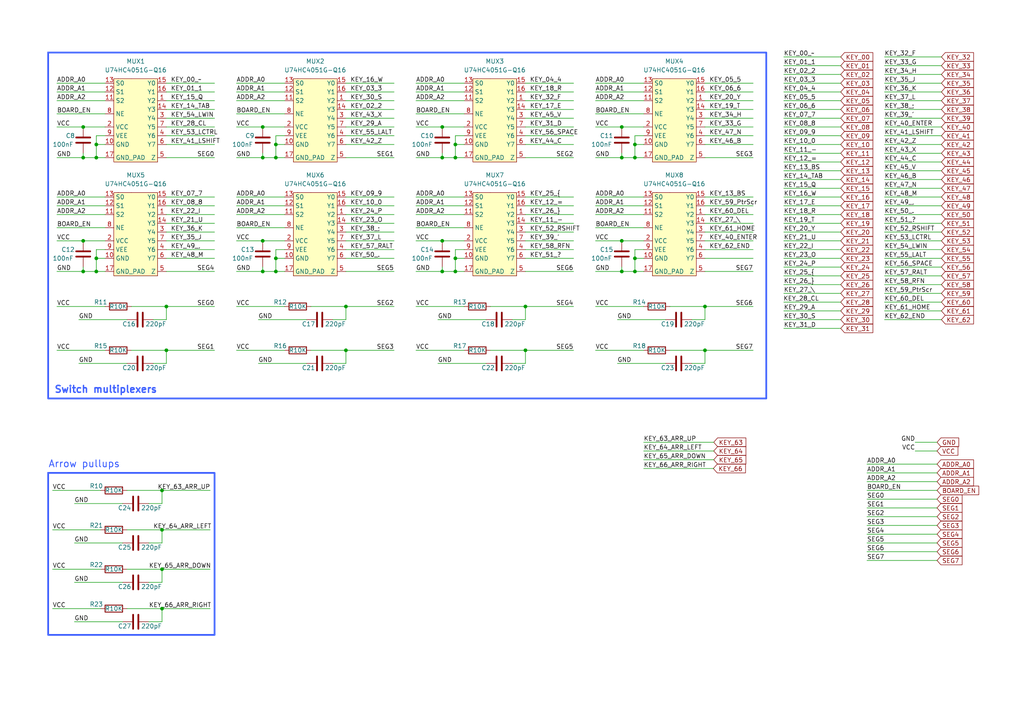
<source format=kicad_sch>
(kicad_sch (version 20230121) (generator eeschema)
  (paper "A4")
  (lib_symbols
    (symbol "Device:C" (pin_numbers hide) (pin_names (offset 0.254))
      (property "Reference" "C" (at 0.635 2.54 0))
      (property "Value" "C" (at 0.635 -2.54 0))
      (symbol "C_1_1"
        (pin passive line (at 0 3.81 270) (length 2.794) (name "~") (number "1"))
        (pin passive line (at 0 -3.81 90) (length 2.794) (name "~") (number "2"))
      )
    )
    (symbol "Device:R" (pin_numbers hide) (pin_names (offset 0))
      (property "Reference" "R" (at 2.032 0 90))
      (property "Value" "R" (at 0 0 90))
      (symbol "R_1_1"
        (pin passive line (at 0 3.81 270) (length 1.27) (name "~") (number "1"))
        (pin passive line (at 0 -3.81 90) (length 1.27) (name "~") (number "2"))
      )
    )
    (symbol "U74HC4051G-Q16-3030-R:U74HC4051G-Q16-3030-R"
      (property "Reference" "MUX?" (at -6.35 6.35 0))
      (property "Value" "U74HC4051G-Q16" (at -6.35 8.89 0))
      (symbol "U74HC4051G-Q16-3030-R_1_1"
        (pin bidirectional line (at 8.89 -1.27 180) (length 2.54) (name "Y2") (number "1"))
        (pin input line (at -8.89 -13.97 0) (length 2.54) (name "GND") (number "10"))
        (pin input line (at -8.89 -1.27 0) (length 2.54) (name "S2") (number "11"))
        (pin input line (at -8.89 1.27 0) (length 2.54) (name "S1") (number "12"))
        (pin input line (at -8.89 3.81 0) (length 2.54) (name "S0") (number "13"))
        (pin bidirectional line (at 8.89 -3.81 180) (length 2.54) (name "Y3") (number "14"))
        (pin bidirectional line (at 8.89 3.81 180) (length 2.54) (name "Y0") (number "15"))
        (pin bidirectional line (at 8.89 1.27 180) (length 2.54) (name "Y1") (number "16"))
        (pin bidirectional line (at -8.89 -17.78 0) (length 2.54) (name "GND_PAD") (number "17"))
        (pin input line (at -8.89 -8.89 0) (length 2.54) (name "VCC") (number "2"))
        (pin bidirectional line (at 8.89 -6.35 180) (length 2.54) (name "Y4") (number "3"))
        (pin bidirectional line (at 8.89 -11.43 180) (length 2.54) (name "Y6") (number "4"))
        (pin bidirectional line (at 8.89 -17.78 180) (length 2.54) (name "Z") (number "5"))
        (pin bidirectional line (at 8.89 -13.97 180) (length 2.54) (name "Y7") (number "6"))
        (pin bidirectional line (at 8.89 -8.89 180) (length 2.54) (name "Y5") (number "7"))
        (pin input line (at -8.89 -5.08 0) (length 2.54) (name "NE") (number "8"))
        (pin input line (at -8.89 -11.43 0) (length 2.54) (name "VEE") (number "9"))
      )
    )
  )
  (junction (at 152.4 101.6))
  (junction (at 27.94 45.72))
  (junction (at 132.08 45.72))
  (junction (at 132.08 41.91))
  (junction (at 76.2 78.74))
  (junction (at 184.15 45.72))
  (junction (at 46.99 142.24))
  (junction (at 180.34 36.83))
  (junction (at 24.13 78.74))
  (junction (at 76.2 45.72))
  (junction (at 100.33 101.6))
  (junction (at 24.13 69.85))
  (junction (at 180.34 69.85))
  (junction (at 132.08 74.93))
  (junction (at 24.13 36.83))
  (junction (at 204.47 101.6))
  (junction (at 184.15 41.91))
  (junction (at 27.94 78.74))
  (junction (at 152.4 88.9))
  (junction (at 48.26 88.9))
  (junction (at 46.99 153.67))
  (junction (at 128.27 36.83))
  (junction (at 180.34 78.74))
  (junction (at 204.47 88.9))
  (junction (at 27.94 74.93))
  (junction (at 46.99 165.1))
  (junction (at 80.01 74.93))
  (junction (at 184.15 78.74))
  (junction (at 76.2 69.85))
  (junction (at 80.01 45.72))
  (junction (at 27.94 41.91))
  (junction (at 24.13 45.72))
  (junction (at 132.08 78.74))
  (junction (at 80.01 41.91))
  (junction (at 48.26 101.6))
  (junction (at 184.15 74.93))
  (junction (at 128.27 69.85))
  (junction (at 180.34 45.72))
  (junction (at 128.27 78.74))
  (junction (at 100.33 88.9))
  (junction (at 80.01 78.74))
  (junction (at 128.27 45.72))
  (junction (at 46.99 176.53))
  (junction (at 76.2 36.83))
  (wire (pts (xy 227.33 54.61) (xy 243.84 54.61)))
  (wire (pts (xy 68.58 88.9) (xy 82.55 88.9)))
  (wire (pts (xy 48.26 101.6) (xy 62.23 101.6)))
  (wire (pts (xy 16.51 36.83) (xy 24.13 36.83)))
  (wire (pts (xy 251.46 160.02) (xy 271.78 160.02)))
  (wire (pts (xy 80.01 41.91) (xy 80.01 45.72)))
  (wire (pts (xy 132.08 41.91) (xy 132.08 45.72)))
  (wire (pts (xy 227.33 26.67) (xy 243.84 26.67)))
  (wire (pts (xy 16.51 59.69) (xy 30.48 59.69)))
  (wire (pts (xy 100.33 101.6) (xy 100.33 105.41)))
  (wire (pts (xy 227.33 29.21) (xy 243.84 29.21)))
  (wire (pts (xy 90.17 88.9) (xy 100.33 88.9)))
  (wire (pts (xy 186.69 128.27) (xy 207.01 128.27)))
  (wire (pts (xy 46.99 146.05) (xy 46.99 142.24)))
  (wire (pts (xy 48.26 105.41) (xy 48.26 101.6)))
  (wire (pts (xy 184.15 74.93) (xy 184.15 78.74)))
  (wire (pts (xy 132.08 78.74) (xy 134.62 78.74)))
  (wire (pts (xy 120.65 36.83) (xy 128.27 36.83)))
  (wire (pts (xy 256.54 29.21) (xy 273.05 29.21)))
  (wire (pts (xy 80.01 39.37) (xy 80.01 41.91)))
  (wire (pts (xy 256.54 69.85) (xy 273.05 69.85)))
  (wire (pts (xy 227.33 95.25) (xy 243.84 95.25)))
  (wire (pts (xy 120.65 33.02) (xy 134.62 33.02)))
  (wire (pts (xy 48.26 45.72) (xy 62.23 45.72)))
  (wire (pts (xy 134.62 39.37) (xy 132.08 39.37)))
  (wire (pts (xy 256.54 59.69) (xy 273.05 59.69)))
  (wire (pts (xy 256.54 26.67) (xy 273.05 26.67)))
  (wire (pts (xy 180.34 36.83) (xy 186.69 36.83)))
  (wire (pts (xy 152.4 101.6) (xy 152.4 105.41)))
  (wire (pts (xy 152.4 88.9) (xy 166.37 88.9)))
  (wire (pts (xy 152.4 29.21) (xy 166.37 29.21)))
  (wire (pts (xy 204.47 101.6) (xy 218.44 101.6)))
  (wire (pts (xy 100.33 59.69) (xy 114.3 59.69)))
  (wire (pts (xy 271.78 128.27) (xy 265.43 128.27)))
  (wire (pts (xy 152.4 74.93) (xy 166.37 74.93)))
  (wire (pts (xy 256.54 31.75) (xy 273.05 31.75)))
  (wire (pts (xy 100.33 88.9) (xy 114.3 88.9)))
  (wire (pts (xy 46.99 180.34) (xy 46.99 176.53)))
  (wire (pts (xy 148.59 92.71) (xy 152.4 92.71)))
  (wire (pts (xy 16.51 69.85) (xy 24.13 69.85)))
  (wire (pts (xy 152.4 41.91) (xy 166.37 41.91)))
  (wire (pts (xy 16.51 62.23) (xy 30.48 62.23)))
  (wire (pts (xy 16.51 66.04) (xy 30.48 66.04)))
  (wire (pts (xy 256.54 24.13) (xy 273.05 24.13)))
  (wire (pts (xy 152.4 34.29) (xy 166.37 34.29)))
  (wire (pts (xy 256.54 62.23) (xy 273.05 62.23)))
  (wire (pts (xy 76.2 45.72) (xy 80.01 45.72)))
  (wire (pts (xy 76.2 69.85) (xy 82.55 69.85)))
  (wire (pts (xy 16.51 101.6) (xy 30.48 101.6)))
  (wire (pts (xy 21.59 168.91) (xy 35.56 168.91)))
  (wire (pts (xy 128.27 44.45) (xy 128.27 45.72)))
  (wire (pts (xy 227.33 24.13) (xy 243.84 24.13)))
  (wire (pts (xy 120.65 66.04) (xy 134.62 66.04)))
  (wire (pts (xy 68.58 33.02) (xy 82.55 33.02)))
  (wire (pts (xy 48.26 34.29) (xy 62.23 34.29)))
  (wire (pts (xy 184.15 45.72) (xy 186.69 45.72)))
  (wire (pts (xy 80.01 74.93) (xy 82.55 74.93)))
  (wire (pts (xy 27.94 74.93) (xy 30.48 74.93)))
  (wire (pts (xy 21.59 180.34) (xy 35.56 180.34)))
  (wire (pts (xy 68.58 66.04) (xy 82.55 66.04)))
  (wire (pts (xy 38.1 101.6) (xy 48.26 101.6)))
  (wire (pts (xy 256.54 36.83) (xy 273.05 36.83)))
  (wire (pts (xy 68.58 29.21) (xy 82.55 29.21)))
  (wire (pts (xy 251.46 162.56) (xy 271.78 162.56)))
  (wire (pts (xy 180.34 78.74) (xy 184.15 78.74)))
  (wire (pts (xy 128.27 78.74) (xy 132.08 78.74)))
  (wire (pts (xy 48.26 24.13) (xy 62.23 24.13)))
  (wire (pts (xy 204.47 62.23) (xy 218.44 62.23)))
  (wire (pts (xy 256.54 90.17) (xy 273.05 90.17)))
  (wire (pts (xy 100.33 72.39) (xy 114.3 72.39)))
  (wire (pts (xy 251.46 154.94) (xy 271.78 154.94)))
  (wire (pts (xy 184.15 74.93) (xy 186.69 74.93)))
  (wire (pts (xy 128.27 77.47) (xy 128.27 78.74)))
  (wire (pts (xy 186.69 130.81) (xy 207.01 130.81)))
  (wire (pts (xy 100.33 29.21) (xy 114.3 29.21)))
  (wire (pts (xy 68.58 62.23) (xy 82.55 62.23)))
  (wire (pts (xy 46.99 142.24) (xy 60.96 142.24)))
  (wire (pts (xy 256.54 46.99) (xy 273.05 46.99)))
  (wire (pts (xy 22.86 105.41) (xy 36.83 105.41)))
  (wire (pts (xy 179.07 92.71) (xy 193.04 92.71)))
  (wire (pts (xy 120.65 57.15) (xy 134.62 57.15)))
  (wire (pts (xy 172.72 69.85) (xy 180.34 69.85)))
  (wire (pts (xy 80.01 45.72) (xy 82.55 45.72)))
  (wire (pts (xy 48.26 26.67) (xy 62.23 26.67)))
  (wire (pts (xy 204.47 78.74) (xy 218.44 78.74)))
  (wire (pts (xy 16.51 33.02) (xy 30.48 33.02)))
  (wire (pts (xy 204.47 31.75) (xy 218.44 31.75)))
  (wire (pts (xy 204.47 72.39) (xy 218.44 72.39)))
  (wire (pts (xy 15.24 165.1) (xy 29.21 165.1)))
  (wire (pts (xy 204.47 69.85) (xy 218.44 69.85)))
  (wire (pts (xy 152.4 59.69) (xy 166.37 59.69)))
  (wire (pts (xy 24.13 45.72) (xy 27.94 45.72)))
  (wire (pts (xy 68.58 24.13) (xy 82.55 24.13)))
  (wire (pts (xy 227.33 69.85) (xy 243.84 69.85)))
  (wire (pts (xy 186.69 135.89) (xy 207.01 135.89)))
  (wire (pts (xy 256.54 77.47) (xy 273.05 77.47)))
  (wire (pts (xy 204.47 64.77) (xy 218.44 64.77)))
  (wire (pts (xy 184.15 39.37) (xy 184.15 41.91)))
  (wire (pts (xy 36.83 153.67) (xy 46.99 153.67)))
  (wire (pts (xy 16.51 45.72) (xy 24.13 45.72)))
  (wire (pts (xy 256.54 16.51) (xy 273.05 16.51)))
  (wire (pts (xy 48.26 69.85) (xy 62.23 69.85)))
  (wire (pts (xy 256.54 67.31) (xy 273.05 67.31)))
  (wire (pts (xy 80.01 78.74) (xy 82.55 78.74)))
  (wire (pts (xy 227.33 90.17) (xy 243.84 90.17)))
  (wire (pts (xy 120.65 26.67) (xy 134.62 26.67)))
  (wire (pts (xy 251.46 157.48) (xy 271.78 157.48)))
  (wire (pts (xy 227.33 49.53) (xy 243.84 49.53)))
  (wire (pts (xy 24.13 69.85) (xy 30.48 69.85)))
  (wire (pts (xy 148.59 105.41) (xy 152.4 105.41)))
  (wire (pts (xy 48.26 36.83) (xy 62.23 36.83)))
  (wire (pts (xy 184.15 72.39) (xy 184.15 74.93)))
  (wire (pts (xy 100.33 34.29) (xy 114.3 34.29)))
  (wire (pts (xy 227.33 31.75) (xy 243.84 31.75)))
  (wire (pts (xy 204.47 41.91) (xy 218.44 41.91)))
  (wire (pts (xy 152.4 64.77) (xy 166.37 64.77)))
  (wire (pts (xy 48.26 92.71) (xy 48.26 88.9)))
  (wire (pts (xy 16.51 26.67) (xy 30.48 26.67)))
  (wire (pts (xy 132.08 74.93) (xy 134.62 74.93)))
  (wire (pts (xy 68.58 45.72) (xy 76.2 45.72)))
  (wire (pts (xy 24.13 44.45) (xy 24.13 45.72)))
  (wire (pts (xy 204.47 26.67) (xy 218.44 26.67)))
  (wire (pts (xy 227.33 44.45) (xy 243.84 44.45)))
  (wire (pts (xy 227.33 41.91) (xy 243.84 41.91)))
  (wire (pts (xy 100.33 62.23) (xy 114.3 62.23)))
  (wire (pts (xy 68.58 78.74) (xy 76.2 78.74)))
  (wire (pts (xy 80.01 74.93) (xy 80.01 78.74)))
  (wire (pts (xy 256.54 57.15) (xy 273.05 57.15)))
  (wire (pts (xy 120.65 101.6) (xy 134.62 101.6)))
  (wire (pts (xy 256.54 92.71) (xy 273.05 92.71)))
  (wire (pts (xy 76.2 36.83) (xy 82.55 36.83)))
  (wire (pts (xy 186.69 72.39) (xy 184.15 72.39)))
  (wire (pts (xy 251.46 152.4) (xy 271.78 152.4)))
  (wire (pts (xy 48.26 59.69) (xy 62.23 59.69)))
  (wire (pts (xy 180.34 69.85) (xy 186.69 69.85)))
  (wire (pts (xy 100.33 39.37) (xy 114.3 39.37)))
  (wire (pts (xy 152.4 39.37) (xy 166.37 39.37)))
  (wire (pts (xy 16.51 29.21) (xy 30.48 29.21)))
  (wire (pts (xy 74.93 105.41) (xy 88.9 105.41)))
  (wire (pts (xy 251.46 137.16) (xy 271.78 137.16)))
  (wire (pts (xy 227.33 77.47) (xy 243.84 77.47)))
  (wire (pts (xy 256.54 39.37) (xy 273.05 39.37)))
  (wire (pts (xy 204.47 45.72) (xy 218.44 45.72)))
  (wire (pts (xy 27.94 74.93) (xy 27.94 78.74)))
  (wire (pts (xy 43.18 180.34) (xy 46.99 180.34)))
  (wire (pts (xy 48.26 39.37) (xy 62.23 39.37)))
  (wire (pts (xy 227.33 19.05) (xy 243.84 19.05)))
  (wire (pts (xy 204.47 29.21) (xy 218.44 29.21)))
  (wire (pts (xy 68.58 101.6) (xy 82.55 101.6)))
  (wire (pts (xy 27.94 41.91) (xy 27.94 45.72)))
  (wire (pts (xy 82.55 39.37) (xy 80.01 39.37)))
  (wire (pts (xy 128.27 69.85) (xy 134.62 69.85)))
  (wire (pts (xy 68.58 26.67) (xy 82.55 26.67)))
  (wire (pts (xy 172.72 33.02) (xy 186.69 33.02)))
  (wire (pts (xy 152.4 36.83) (xy 166.37 36.83)))
  (wire (pts (xy 256.54 72.39) (xy 273.05 72.39)))
  (wire (pts (xy 48.26 88.9) (xy 62.23 88.9)))
  (wire (pts (xy 16.51 57.15) (xy 30.48 57.15)))
  (wire (pts (xy 152.4 101.6) (xy 166.37 101.6)))
  (wire (pts (xy 180.34 77.47) (xy 180.34 78.74)))
  (wire (pts (xy 172.72 101.6) (xy 186.69 101.6)))
  (wire (pts (xy 251.46 144.78) (xy 271.78 144.78)))
  (wire (pts (xy 152.4 62.23) (xy 166.37 62.23)))
  (wire (pts (xy 186.69 39.37) (xy 184.15 39.37)))
  (wire (pts (xy 227.33 92.71) (xy 243.84 92.71)))
  (wire (pts (xy 100.33 45.72) (xy 114.3 45.72)))
  (wire (pts (xy 127 92.71) (xy 140.97 92.71)))
  (wire (pts (xy 100.33 64.77) (xy 114.3 64.77)))
  (wire (pts (xy 16.51 88.9) (xy 30.48 88.9)))
  (wire (pts (xy 15.24 153.67) (xy 29.21 153.67)))
  (wire (pts (xy 200.66 105.41) (xy 204.47 105.41)))
  (wire (pts (xy 172.72 78.74) (xy 180.34 78.74)))
  (wire (pts (xy 251.46 142.24) (xy 271.78 142.24)))
  (wire (pts (xy 48.26 41.91) (xy 62.23 41.91)))
  (wire (pts (xy 27.94 41.91) (xy 30.48 41.91)))
  (wire (pts (xy 120.65 29.21) (xy 134.62 29.21)))
  (wire (pts (xy 46.99 176.53) (xy 60.96 176.53)))
  (wire (pts (xy 194.31 88.9) (xy 204.47 88.9)))
  (wire (pts (xy 100.33 67.31) (xy 114.3 67.31)))
  (wire (pts (xy 38.1 88.9) (xy 48.26 88.9)))
  (wire (pts (xy 27.94 72.39) (xy 27.94 74.93)))
  (wire (pts (xy 256.54 85.09) (xy 273.05 85.09)))
  (wire (pts (xy 27.94 45.72) (xy 30.48 45.72)))
  (wire (pts (xy 142.24 101.6) (xy 152.4 101.6)))
  (wire (pts (xy 152.4 24.13) (xy 166.37 24.13)))
  (wire (pts (xy 172.72 59.69) (xy 186.69 59.69)))
  (wire (pts (xy 186.69 133.35) (xy 207.01 133.35)))
  (wire (pts (xy 172.72 36.83) (xy 180.34 36.83)))
  (wire (pts (xy 227.33 21.59) (xy 243.84 21.59)))
  (wire (pts (xy 256.54 49.53) (xy 273.05 49.53)))
  (wire (pts (xy 227.33 57.15) (xy 243.84 57.15)))
  (wire (pts (xy 180.34 44.45) (xy 180.34 45.72)))
  (wire (pts (xy 251.46 134.62) (xy 271.78 134.62)))
  (wire (pts (xy 24.13 78.74) (xy 27.94 78.74)))
  (wire (pts (xy 80.01 72.39) (xy 80.01 74.93)))
  (wire (pts (xy 227.33 87.63) (xy 243.84 87.63)))
  (wire (pts (xy 152.4 88.9) (xy 152.4 92.71)))
  (wire (pts (xy 46.99 153.67) (xy 60.96 153.67)))
  (wire (pts (xy 46.99 157.48) (xy 46.99 153.67)))
  (wire (pts (xy 48.26 57.15) (xy 62.23 57.15)))
  (wire (pts (xy 172.72 29.21) (xy 186.69 29.21)))
  (wire (pts (xy 36.83 142.24) (xy 46.99 142.24)))
  (wire (pts (xy 15.24 142.24) (xy 29.21 142.24)))
  (wire (pts (xy 21.59 157.48) (xy 35.56 157.48)))
  (wire (pts (xy 46.99 168.91) (xy 46.99 165.1)))
  (wire (pts (xy 16.51 24.13) (xy 30.48 24.13)))
  (wire (pts (xy 256.54 52.07) (xy 273.05 52.07)))
  (wire (pts (xy 180.34 45.72) (xy 184.15 45.72)))
  (wire (pts (xy 256.54 19.05) (xy 273.05 19.05)))
  (wire (pts (xy 204.47 59.69) (xy 218.44 59.69)))
  (wire (pts (xy 27.94 39.37) (xy 27.94 41.91)))
  (wire (pts (xy 172.72 57.15) (xy 186.69 57.15)))
  (wire (pts (xy 184.15 78.74) (xy 186.69 78.74)))
  (wire (pts (xy 152.4 31.75) (xy 166.37 31.75)))
  (wire (pts (xy 172.72 66.04) (xy 186.69 66.04)))
  (wire (pts (xy 48.26 62.23) (xy 62.23 62.23)))
  (wire (pts (xy 251.46 147.32) (xy 271.78 147.32)))
  (wire (pts (xy 43.18 146.05) (xy 46.99 146.05)))
  (wire (pts (xy 100.33 36.83) (xy 114.3 36.83)))
  (wire (pts (xy 30.48 72.39) (xy 27.94 72.39)))
  (wire (pts (xy 172.72 45.72) (xy 180.34 45.72)))
  (wire (pts (xy 204.47 67.31) (xy 218.44 67.31)))
  (wire (pts (xy 152.4 57.15) (xy 166.37 57.15)))
  (wire (pts (xy 227.33 34.29) (xy 243.84 34.29)))
  (wire (pts (xy 256.54 21.59) (xy 273.05 21.59)))
  (wire (pts (xy 68.58 57.15) (xy 82.55 57.15)))
  (wire (pts (xy 48.26 64.77) (xy 62.23 64.77)))
  (wire (pts (xy 68.58 69.85) (xy 76.2 69.85)))
  (wire (pts (xy 120.65 88.9) (xy 134.62 88.9)))
  (wire (pts (xy 74.93 92.71) (xy 88.9 92.71)))
  (wire (pts (xy 256.54 74.93) (xy 273.05 74.93)))
  (wire (pts (xy 43.18 157.48) (xy 46.99 157.48)))
  (wire (pts (xy 271.78 130.81) (xy 265.43 130.81)))
  (wire (pts (xy 204.47 34.29) (xy 218.44 34.29)))
  (wire (pts (xy 204.47 36.83) (xy 218.44 36.83)))
  (wire (pts (xy 142.24 88.9) (xy 152.4 88.9)))
  (wire (pts (xy 256.54 82.55) (xy 273.05 82.55)))
  (wire (pts (xy 48.26 67.31) (xy 62.23 67.31)))
  (wire (pts (xy 132.08 39.37) (xy 132.08 41.91)))
  (wire (pts (xy 24.13 77.47) (xy 24.13 78.74)))
  (wire (pts (xy 204.47 88.9) (xy 204.47 92.71)))
  (wire (pts (xy 184.15 41.91) (xy 186.69 41.91)))
  (wire (pts (xy 194.31 101.6) (xy 204.47 101.6)))
  (wire (pts (xy 22.86 92.71) (xy 36.83 92.71)))
  (wire (pts (xy 15.24 176.53) (xy 29.21 176.53)))
  (wire (pts (xy 120.65 69.85) (xy 128.27 69.85)))
  (wire (pts (xy 256.54 41.91) (xy 273.05 41.91)))
  (wire (pts (xy 227.33 62.23) (xy 243.84 62.23)))
  (wire (pts (xy 256.54 80.01) (xy 273.05 80.01)))
  (wire (pts (xy 227.33 82.55) (xy 243.84 82.55)))
  (wire (pts (xy 120.65 45.72) (xy 128.27 45.72)))
  (wire (pts (xy 44.45 105.41) (xy 48.26 105.41)))
  (wire (pts (xy 132.08 72.39) (xy 132.08 74.93)))
  (wire (pts (xy 204.47 101.6) (xy 204.47 105.41)))
  (wire (pts (xy 43.18 168.91) (xy 46.99 168.91)))
  (wire (pts (xy 227.33 72.39) (xy 243.84 72.39)))
  (wire (pts (xy 48.26 74.93) (xy 62.23 74.93)))
  (wire (pts (xy 227.33 16.51) (xy 243.84 16.51)))
  (wire (pts (xy 48.26 78.74) (xy 62.23 78.74)))
  (wire (pts (xy 48.26 29.21) (xy 62.23 29.21)))
  (wire (pts (xy 204.47 24.13) (xy 218.44 24.13)))
  (wire (pts (xy 120.65 59.69) (xy 134.62 59.69)))
  (wire (pts (xy 100.33 26.67) (xy 114.3 26.67)))
  (wire (pts (xy 152.4 45.72) (xy 166.37 45.72)))
  (wire (pts (xy 227.33 67.31) (xy 243.84 67.31)))
  (wire (pts (xy 227.33 64.77) (xy 243.84 64.77)))
  (wire (pts (xy 204.47 57.15) (xy 218.44 57.15)))
  (wire (pts (xy 48.26 72.39) (xy 62.23 72.39)))
  (wire (pts (xy 256.54 87.63) (xy 273.05 87.63)))
  (wire (pts (xy 134.62 72.39) (xy 132.08 72.39)))
  (wire (pts (xy 100.33 88.9) (xy 100.33 92.71)))
  (wire (pts (xy 127 105.41) (xy 140.97 105.41)))
  (wire (pts (xy 256.54 64.77) (xy 273.05 64.77)))
  (wire (pts (xy 48.26 31.75) (xy 62.23 31.75)))
  (wire (pts (xy 100.33 31.75) (xy 114.3 31.75)))
  (wire (pts (xy 36.83 165.1) (xy 46.99 165.1)))
  (wire (pts (xy 152.4 26.67) (xy 166.37 26.67)))
  (wire (pts (xy 100.33 74.93) (xy 114.3 74.93)))
  (wire (pts (xy 100.33 57.15) (xy 114.3 57.15)))
  (wire (pts (xy 30.48 39.37) (xy 27.94 39.37)))
  (wire (pts (xy 256.54 44.45) (xy 273.05 44.45)))
  (wire (pts (xy 100.33 24.13) (xy 114.3 24.13)))
  (wire (pts (xy 256.54 34.29) (xy 273.05 34.29)))
  (wire (pts (xy 227.33 46.99) (xy 243.84 46.99)))
  (wire (pts (xy 204.47 39.37) (xy 218.44 39.37)))
  (wire (pts (xy 227.33 39.37) (xy 243.84 39.37)))
  (wire (pts (xy 24.13 36.83) (xy 30.48 36.83)))
  (wire (pts (xy 200.66 92.71) (xy 204.47 92.71)))
  (wire (pts (xy 46.99 165.1) (xy 60.96 165.1)))
  (wire (pts (xy 227.33 52.07) (xy 243.84 52.07)))
  (wire (pts (xy 256.54 54.61) (xy 273.05 54.61)))
  (wire (pts (xy 36.83 176.53) (xy 46.99 176.53)))
  (wire (pts (xy 152.4 69.85) (xy 166.37 69.85)))
  (wire (pts (xy 204.47 88.9) (xy 218.44 88.9)))
  (wire (pts (xy 227.33 74.93) (xy 243.84 74.93)))
  (wire (pts (xy 251.46 149.86) (xy 271.78 149.86)))
  (wire (pts (xy 179.07 105.41) (xy 193.04 105.41)))
  (wire (pts (xy 132.08 45.72) (xy 134.62 45.72)))
  (wire (pts (xy 120.65 78.74) (xy 128.27 78.74)))
  (wire (pts (xy 21.59 146.05) (xy 35.56 146.05)))
  (wire (pts (xy 128.27 36.83) (xy 134.62 36.83)))
  (wire (pts (xy 227.33 59.69) (xy 243.84 59.69)))
  (wire (pts (xy 100.33 78.74) (xy 114.3 78.74)))
  (wire (pts (xy 172.72 26.67) (xy 186.69 26.67)))
  (wire (pts (xy 152.4 78.74) (xy 166.37 78.74)))
  (wire (pts (xy 132.08 74.93) (xy 132.08 78.74)))
  (wire (pts (xy 120.65 24.13) (xy 134.62 24.13)))
  (wire (pts (xy 152.4 72.39) (xy 166.37 72.39)))
  (wire (pts (xy 82.55 72.39) (xy 80.01 72.39)))
  (wire (pts (xy 68.58 59.69) (xy 82.55 59.69)))
  (wire (pts (xy 96.52 92.71) (xy 100.33 92.71)))
  (wire (pts (xy 80.01 41.91) (xy 82.55 41.91)))
  (wire (pts (xy 68.58 36.83) (xy 76.2 36.83)))
  (wire (pts (xy 100.33 101.6) (xy 114.3 101.6)))
  (wire (pts (xy 251.46 139.7) (xy 271.78 139.7)))
  (wire (pts (xy 172.72 88.9) (xy 186.69 88.9)))
  (wire (pts (xy 96.52 105.41) (xy 100.33 105.41)))
  (wire (pts (xy 152.4 67.31) (xy 166.37 67.31)))
  (wire (pts (xy 76.2 77.47) (xy 76.2 78.74)))
  (wire (pts (xy 44.45 92.71) (xy 48.26 92.71)))
  (wire (pts (xy 128.27 45.72) (xy 132.08 45.72)))
  (wire (pts (xy 172.72 62.23) (xy 186.69 62.23)))
  (wire (pts (xy 100.33 41.91) (xy 114.3 41.91)))
  (wire (pts (xy 27.94 78.74) (xy 30.48 78.74)))
  (wire (pts (xy 204.47 74.93) (xy 218.44 74.93)))
  (wire (pts (xy 172.72 24.13) (xy 186.69 24.13)))
  (wire (pts (xy 184.15 41.91) (xy 184.15 45.72)))
  (wire (pts (xy 100.33 69.85) (xy 114.3 69.85)))
  (wire (pts (xy 132.08 41.91) (xy 134.62 41.91)))
  (wire (pts (xy 76.2 78.74) (xy 80.01 78.74)))
  (wire (pts (xy 227.33 80.01) (xy 243.84 80.01)))
  (wire (pts (xy 76.2 44.45) (xy 76.2 45.72)))
  (wire (pts (xy 227.33 85.09) (xy 243.84 85.09)))
  (wire (pts (xy 120.65 62.23) (xy 134.62 62.23)))
  (wire (pts (xy 16.51 78.74) (xy 24.13 78.74)))
  (wire (pts (xy 90.17 101.6) (xy 100.33 101.6)))
  (wire (pts (xy 227.33 36.83) (xy 243.84 36.83)))
  (rectangle (start 13.97 15.24) (end 222.25 115.57) (stroke (width 0.5) (color 59 93 255 1)))
  (rectangle (start 13.97 137.16) (end 62.23 184.15) (stroke (width 0.5) (color 59 93 255 1)))
  (text "Arrow pullups\n" (at 13.97 135.89 0) (effects (font (size 2 2) (thickness 0.254) bold) (justify left bottom)))
  (text "Switch multiplexers" (at 45.72 114.3 0) (effects (font (size 2 2) (thickness 0.4) bold) (justify right bottom)))
  (label "KEY_54_LWIN" (at 49.53 34.29 0))
  (label "KEY_22_I" (at 227.33 72.39 0))
  (label "KEY_11_-" (at 153.67 64.77 0))
  (label "KEY_40_ENTER" (at 256.54 36.83 0))
  (label "KEY_64_ARR_LEFT" (at 186.69 130.81 0))
  (label "KEY_15_Q" (at 227.33 54.61 0))
  (label "SEG6" (at 161.29 78.74 0))
  (label "KEY_65_ARR_DOWN" (at 43.18 165.1 0))
  (label "BOARD_EN" (at 251.46 142.24 0))
  (label "VCC" (at 265.43 130.81 180))
  (label "KEY_12_=" (at 227.33 46.99 0))
  (label "ADDR_A2" (at 172.72 29.21 0))
  (label "SEG1" (at 109.22 45.72 0))
  (label "KEY_40_ENTER" (at 205.74 69.85 0))
  (label "KEY_02_2" (at 227.33 21.59 0))
  (label "KEY_27_\\" (at 205.74 64.77 0))
  (label "KEY_56_SPACE" (at 256.54 77.47 0))
  (label "ADDR_A0" (at 16.51 24.13 0))
  (label "SEG1" (at 251.46 147.32 0))
  (label "SEG0" (at 57.15 45.72 0))
  (label "SEG6" (at 213.36 88.9 0))
  (label "KEY_34_H" (at 205.74 34.29 0))
  (label "BOARD_EN" (at 16.51 33.02 0))
  (label "KEY_36_K" (at 256.54 26.67 0))
  (label "KEY_02_2" (at 101.6 31.75 0))
  (label "KEY_27_\\" (at 227.33 85.09 0))
  (label "ADDR_A1" (at 172.72 26.67 0))
  (label "ADDR_A2" (at 120.65 29.21 0))
  (label "ADDR_A0" (at 120.65 24.13 0))
  (label "KEY_17_E" (at 153.67 31.75 0))
  (label "GND" (at 68.58 45.72 0))
  (label "KEY_15_Q" (at 49.53 29.21 0))
  (label "GND" (at 74.93 92.71 0))
  (label "VCC" (at 16.51 69.85 0))
  (label "ADDR_A0" (at 16.51 57.15 0))
  (label "VCC" (at 15.24 165.1 0))
  (label "KEY_17_E" (at 227.33 59.69 0))
  (label "KEY_63_ARR_UP" (at 45.72 142.24 0))
  (label "SEG2" (at 109.22 88.9 0))
  (label "GND" (at 127 92.71 0))
  (label "VCC" (at 172.72 69.85 0))
  (label "SEG5" (at 251.46 157.48 0))
  (label "KEY_23_O" (at 227.33 74.93 0))
  (label "ADDR_A0" (at 251.46 134.62 0))
  (label "KEY_46_B" (at 205.74 41.91 0))
  (label "KEY_05_5" (at 227.33 29.21 0))
  (label "KEY_01_1" (at 49.53 26.67 0))
  (label "VCC" (at 120.65 88.9 0))
  (label "GND" (at 21.59 180.34 0))
  (label "KEY_25_{" (at 153.67 57.15 0))
  (label "KEY_04_4" (at 153.67 24.13 0))
  (label "VCC" (at 172.72 88.9 0))
  (label "KEY_44_C" (at 153.67 41.91 0))
  (label "SEG7" (at 251.46 162.56 0))
  (label "ADDR_A2" (at 251.46 139.7 0))
  (label "BOARD_EN" (at 120.65 66.04 0))
  (label "KEY_28_CL" (at 227.2038 87.63 0))
  (label "KEY_10_0" (at 227.33 41.91 0))
  (label "KEY_48_M" (at 49.53 74.93 0))
  (label "SEG4" (at 161.29 88.9 0))
  (label "KEY_54_LWIN" (at 256.54 72.39 0))
  (label "ADDR_A2" (at 16.51 29.21 0))
  (label "KEY_33_G" (at 256.54 19.05 0))
  (label "SEG1" (at 57.15 101.6 0))
  (label "KEY_35_J" (at 256.54 24.13 0))
  (label "ADDR_A1" (at 16.51 26.67 0))
  (label "KEY_23_O" (at 101.6 64.77 0))
  (label "SEG3" (at 213.36 45.72 0))
  (label "ADDR_A0" (at 172.72 24.13 0))
  (label "KEY_21_U" (at 49.53 64.77 0))
  (label "KEY_09_9" (at 101.6 57.15 0))
  (label "VCC" (at 120.65 69.85 0))
  (label "KEY_47_N" (at 256.54 54.61 0))
  (label "ADDR_A1" (at 68.58 26.67 0))
  (label "KEY_07_7" (at 49.53 57.15 0))
  (label "KEY_62_END" (at 205.74 72.39 0))
  (label "SEG3" (at 109.22 101.6 0))
  (label "KEY_39_'" (at 153.67 69.85 0))
  (label "KEY_48_M" (at 256.54 57.15 0))
  (label "GND" (at 16.51 78.74 0))
  (label "BOARD_EN" (at 68.58 66.04 0))
  (label "KEY_18_R" (at 153.67 26.67 0))
  (label "KEY_45_V" (at 153.67 34.29 0))
  (label "KEY_37_L" (at 256.54 29.21 0))
  (label "GND" (at 120.65 45.72 0))
  (label "KEY_14_TAB" (at 49.53 31.75 0))
  (label "GND" (at 22.86 105.41 0))
  (label "SEG5" (at 109.22 78.74 0))
  (label "ADDR_A2" (at 68.58 62.23 0))
  (label "ADDR_A0" (at 172.72 57.15 0))
  (label "GND" (at 179.07 92.71 0))
  (label "KEY_35_J" (at 49.53 69.85 0))
  (label "GND" (at 21.59 168.91 0))
  (label "KEY_38_;" (at 101.6 67.31 0))
  (label "KEY_50_." (at 101.6 74.93 0))
  (label "KEY_01_1" (at 227.33 19.05 0))
  (label "KEY_52_RSHIFT" (at 153.67 67.31 0))
  (label "KEY_59_PtrScr" (at 205.74 59.69 0))
  (label "KEY_04_4" (at 227.33 26.67 0))
  (label "VCC" (at 120.65 101.6 0))
  (label "ADDR_A1" (at 120.65 26.67 0))
  (label "KEY_30_S" (at 101.6 29.21 0))
  (label "ADDR_A1" (at 120.65 59.69 0))
  (label "VCC" (at 16.51 101.6 0))
  (label "KEY_21_U" (at 227.33 69.85 0))
  (label "SEG7" (at 213.36 78.74 0))
  (label "KEY_47_N" (at 205.74 39.37 0))
  (label "KEY_13_BS" (at 227.33 49.53 0))
  (label "KEY_26_}" (at 227.33 82.55 0))
  (label "KEY_08_8" (at 227.33 36.83 0))
  (label "KEY_57_RALT" (at 101.6 72.39 0))
  (label "BOARD_EN" (at 172.72 66.04 0))
  (label "KEY_55_LALT" (at 256.54 74.93 0))
  (label "KEY_24_P" (at 101.6 62.23 0))
  (label "VCC" (at 15.24 153.67 0))
  (label "SEG7" (at 213.36 101.6 0))
  (label "KEY_66_ARR_RIGHT" (at 186.69 135.89 0))
  (label "KEY_10_0" (at 101.6 59.69 0))
  (label "GND" (at 172.72 78.74 0))
  (label "ADDR_A0" (at 120.65 57.15 0))
  (label "KEY_49_," (at 49.53 72.39 0))
  (label "VCC" (at 68.58 88.9 0))
  (label "KEY_18_R" (at 227.33 62.23 0))
  (label "VCC" (at 68.58 101.6 0))
  (label "KEY_41_LSHIFT" (at 49.53 41.91 0))
  (label "VCC" (at 68.58 69.85 0))
  (label "ADDR_A1" (at 172.72 59.69 0))
  (label "ADDR_A2" (at 120.65 62.23 0))
  (label "KEY_65_ARR_DOWN" (at 186.69 133.35 0))
  (label "VCC" (at 120.65 36.83 0))
  (label "SEG2" (at 161.29 45.72 0))
  (label "KEY_37_L" (at 101.6 69.85 0))
  (label "KEY_20_Y" (at 205.74 29.21 0))
  (label "KEY_32_F" (at 153.67 29.21 0))
  (label "KEY_45_V" (at 256.54 49.53 0))
  (label "ADDR_A1" (at 68.58 59.69 0))
  (label "ADDR_A0" (at 68.58 57.15 0))
  (label "ADDR_A1" (at 251.46 137.16 0))
  (label "KEY_43_X" (at 256.54 44.45 0))
  (label "KEY_25_{" (at 227.33 80.01 0))
  (label "KEY_55_LALT" (at 101.6 39.37 0))
  (label "KEY_63_ARR_UP" (at 186.69 128.27 0))
  (label "KEY_51_?" (at 256.54 64.77 0))
  (label "KEY_16_W" (at 101.6 24.13 0))
  (label "KEY_06_6" (at 227.33 31.75 0))
  (label "KEY_64_ARR_LEFT" (at 44.45 153.67 0))
  (label "VCC" (at 68.58 36.83 0))
  (label "KEY_61_HOME" (at 205.74 67.31 0))
  (label "KEY_31_D" (at 153.67 36.83 0))
  (label "KEY_43_X" (at 101.6 34.29 0))
  (label "KEY_03_3" (at 227.33 24.13 0))
  (label "GND" (at 21.59 157.48 0))
  (label "KEY_05_5" (at 205.74 24.13 0))
  (label "GND" (at 172.72 45.72 0))
  (label "BOARD_EN" (at 16.51 66.04 0))
  (label "KEY_46_B" (at 256.54 52.07 0))
  (label "KEY_52_RSHIFT" (at 256.54 67.31 0))
  (label "KEY_41_LSHIFT" (at 256.54 39.37 0))
  (label "VCC" (at 15.24 176.53 0))
  (label "KEY_22_I" (at 49.53 62.23 0))
  (label "KEY_08_8" (at 49.53 59.69 0))
  (label "SEG4" (at 251.46 154.94 0))
  (label "KEY_58_RFN" (at 256.54 82.55 0))
  (label "KEY_03_3" (at 101.6 26.67 0))
  (label "KEY_58_RFN" (at 153.67 72.39 0))
  (label "GND" (at 179.07 105.41 0))
  (label "KEY_62_END" (at 256.54 92.71 0))
  (label "KEY_49_," (at 256.54 59.69 0))
  (label "KEY_12_=" (at 153.67 59.69 0))
  (label "VCC" (at 16.51 36.83 0))
  (label "KEY_33_G" (at 205.74 36.83 0))
  (label "SEG6" (at 251.46 160.02 0))
  (label "BOARD_EN" (at 172.72 33.02 0))
  (label "SEG4" (at 57.15 78.74 0))
  (label "KEY_56_SPACE" (at 153.67 39.37 0))
  (label "GND" (at 21.59 146.05 0))
  (label "SEG2" (at 251.46 149.86 0))
  (label "KEY_50_." (at 256.54 62.23 0))
  (label "KEY_59_PtrScr" (at 256.54 85.09 0))
  (label "BOARD_EN" (at 68.58 33.02 0))
  (label "KEY_29_A" (at 227.33 90.17 0))
  (label "KEY_60_DEL" (at 205.74 62.23 0))
  (label "ADDR_A2" (at 16.51 62.23 0))
  (label "KEY_14_TAB" (at 227.33 52.07 0))
  (label "GND" (at 22.86 92.71 0))
  (label "KEY_20_Y" (at 227.33 67.31 0))
  (label "KEY_07_7" (at 227.33 34.29 0))
  (label "KEY_51_?" (at 153.67 74.93 0))
  (label "KEY_30_S" (at 227.33 92.71 0))
  (label "KEY_13_BS" (at 205.74 57.15 0))
  (label "GND" (at 74.93 105.41 0))
  (label "KEY_32_F" (at 256.54 16.51 0))
  (label "KEY_53_LCTRL" (at 256.54 69.85 0))
  (label "BOARD_EN" (at 120.65 33.02 0))
  (label "KEY_29_A" (at 101.6 36.83 0))
  (label "SEG5" (at 161.29 101.6 0))
  (label "SEG0" (at 251.46 144.78 0))
  (label "KEY_44_C" (at 256.54 46.99 0))
  (label "ADDR_A2" (at 172.72 62.23 0))
  (label "GND" (at 16.51 45.72 0))
  (label "GND" (at 120.65 78.74 0))
  (label "SEG0" (at 57.15 88.9 0))
  (label "KEY_19_T" (at 227.33 64.77 0))
  (label "KEY_28_CL" (at 49.53 36.83 0))
  (label "GND" (at 265.43 128.27 180))
  (label "KEY_57_RALT" (at 256.54 80.01 0))
  (label "GND" (at 127 105.41 0))
  (label "KEY_42_Z" (at 256.54 41.91 0))
  (label "KEY_61_HOME" (at 256.54 90.17 0))
  (label "KEY_19_T" (at 205.74 31.75 0))
  (label "KEY_34_H" (at 256.54 21.59 0))
  (label "KEY_24_P" (at 227.33 77.47 0))
  (label "KEY_00_~" (at 227.33 16.51 0))
  (label "VCC" (at 172.72 36.83 0))
  (label "VCC" (at 15.24 142.24 0))
  (label "VCC" (at 172.72 101.6 0))
  (label "KEY_11_-" (at 227.33 44.45 0))
  (label "KEY_36_K" (at 49.53 67.31 0))
  (label "ADDR_A2" (at 68.58 29.21 0))
  (label "KEY_42_Z" (at 101.6 41.91 0))
  (label "KEY_31_D" (at 227.33 95.25 0))
  (label "KEY_16_W" (at 227.33 57.15 0))
  (label "KEY_00_~" (at 49.53 24.13 0))
  (label "ADDR_A1" (at 16.51 59.69 0))
  (label "ADDR_A0" (at 68.58 24.13 0))
  (label "SEG3" (at 251.46 152.4 0))
  (label "KEY_53_LCTRL" (at 49.53 39.37 0))
  (label "KEY_39_'" (at 256.54 34.29 0))
  (label "KEY_26_}" (at 153.67 62.23 0))
  (label "KEY_38_;" (at 256.54 31.75 0))
  (label "KEY_66_ARR_RIGHT" (at 43.18 176.53 0))
  (label "GND" (at 68.58 78.74 0))
  (label "VCC" (at 16.51 88.9 0))
  (label "KEY_09_9" (at 227.33 39.37 0))
  (label "KEY_06_6" (at 205.74 26.67 0))
  (label "KEY_60_DEL" (at 256.54 87.63 0))
  (global_label "KEY_40" (shape input) (at 273.05 36.83 0) (property "Intersheetrefs" "${INTERSHEET_REFS}" (effects hide)))
  (global_label "KEY_24" (shape input) (at 243.84 77.47 0) (property "Intersheetrefs" "${INTERSHEET_REFS}" (effects hide)))
  (global_label "KEY_38" (shape input) (at 273.05 31.75 0) (property "Intersheetrefs" "${INTERSHEET_REFS}" (effects hide)))
  (global_label "KEY_33" (shape input) (at 273.05 19.05 0) (property "Intersheetrefs" "${INTERSHEET_REFS}" (effects hide)))
  (global_label "KEY_49" (shape input) (at 273.05 59.69 0) (property "Intersheetrefs" "${INTERSHEET_REFS}" (effects hide)))
  (global_label "KEY_65" (shape input) (at 207.01 133.35 0) (property "Intersheetrefs" "${INTERSHEET_REFS}" (effects hide)))
  (global_label "KEY_31" (shape input) (at 243.84 95.25 0) (property "Intersheetrefs" "${INTERSHEET_REFS}" (effects hide)))
  (global_label "KEY_59" (shape input) (at 273.05 85.09 0) (property "Intersheetrefs" "${INTERSHEET_REFS}" (effects hide)))
  (global_label "KEY_16" (shape input) (at 243.84 57.15 0) (property "Intersheetrefs" "${INTERSHEET_REFS}" (effects hide)))
  (global_label "SEG4" (shape input) (at 271.78 154.94 0) (property "Intersheetrefs" "${INTERSHEET_REFS}" (effects hide)))
  (global_label "ADDR_A1" (shape input) (at 271.78 137.16 0) (property "Intersheetrefs" "${INTERSHEET_REFS}" (effects hide)))
  (global_label "BOARD_EN" (shape input) (at 271.78 142.24 0) (property "Intersheetrefs" "${INTERSHEET_REFS}" (effects hide)))
  (global_label "KEY_29" (shape input) (at 243.84 90.17 0) (property "Intersheetrefs" "${INTERSHEET_REFS}" (effects hide)))
  (global_label "KEY_06" (shape input) (at 243.84 31.75 0) (property "Intersheetrefs" "${INTERSHEET_REFS}" (effects hide)))
  (global_label "SEG3" (shape input) (at 271.78 152.4 0) (property "Intersheetrefs" "${INTERSHEET_REFS}" (effects hide)))
  (global_label "KEY_57" (shape input) (at 273.05 80.01 0) (property "Intersheetrefs" "${INTERSHEET_REFS}" (effects hide)))
  (global_label "KEY_00" (shape input) (at 243.84 16.51 0) (property "Intersheetrefs" "${INTERSHEET_REFS}" (effects hide)))
  (global_label "GND" (shape input) (at 271.78 128.27 0) (property "Intersheetrefs" "${INTERSHEET_REFS}" (effects hide)))
  (global_label "KEY_11" (shape input) (at 243.84 44.45 0) (property "Intersheetrefs" "${INTERSHEET_REFS}" (effects hide)))
  (global_label "KEY_48" (shape input) (at 273.05 57.15 0) (property "Intersheetrefs" "${INTERSHEET_REFS}" (effects hide)))
  (global_label "KEY_13" (shape input) (at 243.84 49.53 0) (property "Intersheetrefs" "${INTERSHEET_REFS}" (effects hide)))
  (global_label "KEY_22" (shape input) (at 243.84 72.39 0) (property "Intersheetrefs" "${INTERSHEET_REFS}" (effects hide)))
  (global_label "KEY_53" (shape input) (at 273.05 69.85 0) (property "Intersheetrefs" "${INTERSHEET_REFS}" (effects hide)))
  (global_label "KEY_58" (shape input) (at 273.05 82.55 0) (property "Intersheetrefs" "${INTERSHEET_REFS}" (effects hide)))
  (global_label "KEY_64" (shape input) (at 207.01 130.81 0) (property "Intersheetrefs" "${INTERSHEET_REFS}" (effects hide)))
  (global_label "KEY_09" (shape input) (at 243.84 39.37 0) (property "Intersheetrefs" "${INTERSHEET_REFS}" (effects hide)))
  (global_label "KEY_52" (shape input) (at 273.05 67.31 0) (property "Intersheetrefs" "${INTERSHEET_REFS}" (effects hide)))
  (global_label "KEY_14" (shape input) (at 243.84 52.07 0) (property "Intersheetrefs" "${INTERSHEET_REFS}" (effects hide)))
  (global_label "KEY_25" (shape input) (at 243.84 80.01 0) (property "Intersheetrefs" "${INTERSHEET_REFS}" (effects hide)))
  (global_label "KEY_08" (shape input) (at 243.84 36.83 0) (property "Intersheetrefs" "${INTERSHEET_REFS}" (effects hide)))
  (global_label "KEY_10" (shape input) (at 243.84 41.91 0) (property "Intersheetrefs" "${INTERSHEET_REFS}" (effects hide)))
  (global_label "SEG7" (shape input) (at 271.78 162.56 0) (property "Intersheetrefs" "${INTERSHEET_REFS}" (effects hide)))
  (global_label "KEY_26" (shape input) (at 243.84 82.55 0) (property "Intersheetrefs" "${INTERSHEET_REFS}" (effects hide)))
  (global_label "ADDR_A2" (shape input) (at 271.78 139.7 0) (property "Intersheetrefs" "${INTERSHEET_REFS}" (effects hide)))
  (global_label "KEY_37" (shape input) (at 273.05 29.21 0) (property "Intersheetrefs" "${INTERSHEET_REFS}" (effects hide)))
  (global_label "KEY_46" (shape input) (at 273.05 52.07 0) (property "Intersheetrefs" "${INTERSHEET_REFS}" (effects hide)))
  (global_label "SEG6" (shape input) (at 271.78 160.02 0) (property "Intersheetrefs" "${INTERSHEET_REFS}" (effects hide)))
  (global_label "KEY_17" (shape input) (at 243.84 59.69 0) (property "Intersheetrefs" "${INTERSHEET_REFS}" (effects hide)))
  (global_label "KEY_23" (shape input) (at 243.84 74.93 0) (property "Intersheetrefs" "${INTERSHEET_REFS}" (effects hide)))
  (global_label "KEY_03" (shape input) (at 243.84 24.13 0) (property "Intersheetrefs" "${INTERSHEET_REFS}" (effects hide)))
  (global_label "KEY_43" (shape input) (at 273.05 44.45 0) (property "Intersheetrefs" "${INTERSHEET_REFS}" (effects hide)))
  (global_label "KEY_20" (shape input) (at 243.84 67.31 0) (property "Intersheetrefs" "${INTERSHEET_REFS}" (effects hide)))
  (global_label "KEY_51" (shape input) (at 273.05 64.77 0) (property "Intersheetrefs" "${INTERSHEET_REFS}" (effects hide)))
  (global_label "KEY_60" (shape input) (at 273.05 87.63 0) (property "Intersheetrefs" "${INTERSHEET_REFS}" (effects hide)))
  (global_label "SEG1" (shape input) (at 271.78 147.32 0) (property "Intersheetrefs" "${INTERSHEET_REFS}" (effects hide)))
  (global_label "KEY_19" (shape input) (at 243.84 64.77 0) (property "Intersheetrefs" "${INTERSHEET_REFS}" (effects hide)))
  (global_label "KEY_02" (shape input) (at 243.84 21.59 0) (property "Intersheetrefs" "${INTERSHEET_REFS}" (effects hide)))
  (global_label "KEY_47" (shape input) (at 273.05 54.61 0) (property "Intersheetrefs" "${INTERSHEET_REFS}" (effects hide)))
  (global_label "KEY_41" (shape input) (at 273.05 39.37 0) (property "Intersheetrefs" "${INTERSHEET_REFS}" (effects hide)))
  (global_label "KEY_01" (shape input) (at 243.84 19.05 0) (property "Intersheetrefs" "${INTERSHEET_REFS}" (effects hide)))
  (global_label "KEY_07" (shape input) (at 243.84 34.29 0) (property "Intersheetrefs" "${INTERSHEET_REFS}" (effects hide)))
  (global_label "KEY_21" (shape input) (at 243.84 69.85 0) (property "Intersheetrefs" "${INTERSHEET_REFS}" (effects hide)))
  (global_label "KEY_12" (shape input) (at 243.84 46.99 0) (property "Intersheetrefs" "${INTERSHEET_REFS}" (effects hide)))
  (global_label "SEG2" (shape input) (at 271.78 149.86 0) (property "Intersheetrefs" "${INTERSHEET_REFS}" (effects hide)))
  (global_label "KEY_28" (shape input) (at 243.84 87.63 0) (property "Intersheetrefs" "${INTERSHEET_REFS}" (effects hide)))
  (global_label "KEY_34" (shape input) (at 273.05 21.59 0) (property "Intersheetrefs" "${INTERSHEET_REFS}" (effects hide)))
  (global_label "KEY_63" (shape input) (at 207.01 128.27 0) (property "Intersheetrefs" "${INTERSHEET_REFS}" (effects hide)))
  (global_label "KEY_04" (shape input) (at 243.84 26.67 0) (property "Intersheetrefs" "${INTERSHEET_REFS}" (effects hide)))
  (global_label "KEY_18" (shape input) (at 243.84 62.23 0) (property "Intersheetrefs" "${INTERSHEET_REFS}" (effects hide)))
  (global_label "KEY_15" (shape input) (at 243.84 54.61 0) (property "Intersheetrefs" "${INTERSHEET_REFS}" (effects hide)))
  (global_label "KEY_42" (shape input) (at 273.05 41.91 0) (property "Intersheetrefs" "${INTERSHEET_REFS}" (effects hide)))
  (global_label "KEY_32" (shape input) (at 273.05 16.51 0) (property "Intersheetrefs" "${INTERSHEET_REFS}" (effects hide)))
  (global_label "KEY_05" (shape input) (at 243.84 29.21 0) (property "Intersheetrefs" "${INTERSHEET_REFS}" (effects hide)))
  (global_label "KEY_62" (shape input) (at 273.05 92.71 0) (property "Intersheetrefs" "${INTERSHEET_REFS}" (effects hide)))
  (global_label "KEY_45" (shape input) (at 273.05 49.53 0) (property "Intersheetrefs" "${INTERSHEET_REFS}" (effects hide)))
  (global_label "KEY_44" (shape input) (at 273.05 46.99 0) (property "Intersheetrefs" "${INTERSHEET_REFS}" (effects hide)))
  (global_label "KEY_27" (shape input) (at 243.84 85.09 0) (property "Intersheetrefs" "${INTERSHEET_REFS}" (effects hide)))
  (global_label "KEY_39" (shape input) (at 273.05 34.29 0) (property "Intersheetrefs" "${INTERSHEET_REFS}" (effects hide)))
  (global_label "KEY_36" (shape input) (at 273.05 26.67 0) (property "Intersheetrefs" "${INTERSHEET_REFS}" (effects hide)))
  (global_label "KEY_61" (shape input) (at 273.05 90.17 0) (property "Intersheetrefs" "${INTERSHEET_REFS}" (effects hide)))
  (global_label "SEG0" (shape input) (at 271.78 144.78 0) (property "Intersheetrefs" "${INTERSHEET_REFS}" (effects hide)))
  (global_label "VCC" (shape input) (at 271.78 130.81 0) (property "Intersheetrefs" "${INTERSHEET_REFS}" (effects hide)))
  (global_label "KEY_35" (shape input) (at 273.05 24.13 0) (property "Intersheetrefs" "${INTERSHEET_REFS}" (effects hide)))
  (global_label "KEY_66" (shape input) (at 206.9001 135.89 0) (property "Intersheetrefs" "${INTERSHEET_REFS}" (effects hide)))
  (global_label "KEY_56" (shape input) (at 273.05 77.47 0) (property "Intersheetrefs" "${INTERSHEET_REFS}" (effects hide)))
  (global_label "KEY_30" (shape input) (at 243.84 92.71 0) (property "Intersheetrefs" "${INTERSHEET_REFS}" (effects hide)))
  (global_label "ADDR_A0" (shape input) (at 271.78 134.62 0) (property "Intersheetrefs" "${INTERSHEET_REFS}" (effects hide)))
  (global_label "KEY_55" (shape input) (at 273.05 74.93 0) (property "Intersheetrefs" "${INTERSHEET_REFS}" (effects hide)))
  (global_label "SEG5" (shape input) (at 271.78 157.48 0) (property "Intersheetrefs" "${INTERSHEET_REFS}" (effects hide)))
  (global_label "KEY_50" (shape input) (at 273.05 62.23 0) (property "Intersheetrefs" "${INTERSHEET_REFS}" (effects hide)))
  (global_label "KEY_54" (shape input) (at 273.05 72.39 0) (property "Intersheetrefs" "${INTERSHEET_REFS}" (effects hide)))
  (symbol (lib_id "U74HC4051G-Q16-3030-R:U74HC4051G-Q16-3030-R") (at 143.51 60.96 0) (unit 1)
    (property "Reference" "MUX7" (at 143.51 50.8 0))
    (property "Value" "U74HC4051G-Q16" (at 143.51 53.34 0))
    (property "Footprint" "Package_DFN_QFN:QFN-16-1EP_3x3mm_P0.5mm_EP1.7x1.7mm" (effects hide))
  )
  (symbol (lib_id "Device:C") (at 92.71 92.71 90) (unit 1)
    (property "Reference" "C17" (at 91.44 93.98 90) (effects (justify left)))
    (property "Value" "220pF" (at 100.33 93.98 90) (effects (justify left)))
    (property "Footprint" "Capacitor_SMD:C_0402_1005Metric" (effects hide))
    (instances (project "keyboard" (path "" (reference "C17") (unit 1)) (path "" (reference "C18") (unit 1))))
  )
  (symbol (lib_id "Device:C") (at 196.85 92.71 90) (unit 1)
    (property "Reference" "C19" (at 195.58 93.98 90) (effects (justify left)))
    (property "Value" "220pF" (at 204.47 93.98 90) (effects (justify left)))
    (property "Footprint" "Capacitor_SMD:C_0402_1005Metric" (effects hide))
    (instances (project "keyboard" (path "" (reference "C19") (unit 1)) (path "" (reference "C22") (unit 1))))
  )
  (symbol (lib_id "Device:C") (at 144.78 105.41 90) (unit 1)
    (property "Reference" "C22" (at 143.51 106.68 90) (effects (justify left)))
    (property "Value" "220pF" (at 152.4 106.68 90) (effects (justify left)))
    (property "Footprint" "Capacitor_SMD:C_0402_1005Metric" (effects hide))
    (instances (project "keyboard" (path "" (reference "C22") (unit 1)) (path "" (reference "C21") (unit 1))))
  )
  (symbol (lib_id "Device:R") (at 34.29 88.9 90) (unit 1)
    (property "Reference" "R11" (at 29.21 87.63 90))
    (property "Value" "R10K" (at 34.29 88.9 90))
    (property "Footprint" "Resistor_SMD:R_0402_1005Metric" (effects hide))
  )
  (symbol (lib_id "Device:C") (at 180.34 40.64 0) (unit 1)
    (property "Reference" "C11" (at 173.99 39.37 0) (effects (justify left)))
    (property "Value" "100nF" (at 171.45 41.91 0) (effects (justify left)))
    (property "Footprint" "Capacitor_SMD:C_0402_1005Metric" (effects hide))
    (instances (project "keyboard" (path "" (reference "C11") (unit 1)) (path "" (reference "C14") (unit 1))))
  )
  (symbol (lib_id "Device:C") (at 76.2 73.66 0) (unit 1)
    (property "Reference" "C13" (at 69.85 72.39 0) (effects (justify left)))
    (property "Value" "100nF" (at 67.31 74.93 0) (effects (justify left)))
    (property "Footprint" "Capacitor_SMD:C_0402_1005Metric" (effects hide))
    (instances (project "keyboard" (path "" (reference "C13") (unit 1)) (path "" (reference "C11") (unit 1))))
  )
  (symbol (lib_id "U74HC4051G-Q16-3030-R:U74HC4051G-Q16-3030-R") (at 91.44 27.94 0) (unit 1)
    (property "Reference" "MUX2" (at 91.44 17.78 0))
    (property "Value" "U74HC4051G-Q16" (at 91.44 20.32 0))
    (property "Footprint" "Package_DFN_QFN:QFN-16-1EP_3x3mm_P0.5mm_EP1.7x1.7mm" (effects hide))
  )
  (symbol (lib_id "Device:C") (at 92.71 105.41 90) (unit 1)
    (property "Reference" "C21" (at 91.44 106.68 90) (effects (justify left)))
    (property "Value" "220pF" (at 100.33 106.68 90) (effects (justify left)))
    (property "Footprint" "Capacitor_SMD:C_0402_1005Metric" (effects hide))
    (instances (project "keyboard" (path "" (reference "C21") (unit 1)) (path "" (reference "C19") (unit 1))))
  )
  (symbol (lib_id "U74HC4051G-Q16-3030-R:U74HC4051G-Q16-3030-R") (at 195.58 27.94 0) (unit 1)
    (property "Reference" "MUX4" (at 195.58 17.78 0))
    (property "Value" "U74HC4051G-Q16" (at 195.58 20.32 0))
    (property "Footprint" "Package_DFN_QFN:QFN-16-1EP_3x3mm_P0.5mm_EP1.7x1.7mm" (effects hide))
  )
  (symbol (lib_id "Device:C") (at 39.37 168.91 90) (unit 1)
    (property "Reference" "C26" (at 38.1 170.18 90) (effects (justify left)))
    (property "Value" "220pF" (at 46.99 170.18 90) (effects (justify left)))
    (property "Footprint" "Capacitor_SMD:C_0402_1005Metric" (effects hide))
  )
  (symbol (lib_id "U74HC4051G-Q16-3030-R:U74HC4051G-Q16-3030-R") (at 195.58 60.96 0) (unit 1)
    (property "Reference" "MUX8" (at 195.58 50.8 0))
    (property "Value" "U74HC4051G-Q16" (at 195.58 53.34 0))
    (property "Footprint" "Package_DFN_QFN:QFN-16-1EP_3x3mm_P0.5mm_EP1.7x1.7mm" (effects hide))
  )
  (symbol (lib_id "U74HC4051G-Q16-3030-R:U74HC4051G-Q16-3030-R") (at 39.37 27.94 0) (unit 1)
    (property "Reference" "MUX1" (at 39.37 17.78 0))
    (property "Value" "U74HC4051G-Q16" (at 39.37 20.32 0))
    (property "Footprint" "Package_DFN_QFN:QFN-16-1EP_3x3mm_P0.5mm_EP1.7x1.7mm" (effects hide))
  )
  (symbol (lib_id "Device:C") (at 128.27 73.66 0) (unit 1)
    (property "Reference" "C14" (at 121.92 72.39 0) (effects (justify left)))
    (property "Value" "100nF" (at 119.38 74.93 0) (effects (justify left)))
    (property "Footprint" "Capacitor_SMD:C_0402_1005Metric" (effects hide))
    (instances (project "keyboard" (path "" (reference "C14") (unit 1)) (path "" (reference "C13") (unit 1))))
  )
  (symbol (lib_id "Device:R") (at 86.36 88.9 90) (unit 1)
    (property "Reference" "R12" (at 81.28 87.63 90))
    (property "Value" "R10K" (at 86.36 88.9 90))
    (property "Footprint" "Resistor_SMD:R_0402_1005Metric" (effects hide))
    (instances (project "keyboard" (path "" (reference "R12") (unit 1)) (path "" (reference "R13") (unit 1))))
  )
  (symbol (lib_id "Device:C") (at 196.85 105.41 90) (unit 1)
    (property "Reference" "C23" (at 195.58 106.68 90) (effects (justify left)))
    (property "Value" "220pF" (at 204.47 106.68 90) (effects (justify left)))
    (property "Footprint" "Capacitor_SMD:C_0402_1005Metric" (effects hide))
  )
  (symbol (lib_id "Device:R") (at 33.02 153.67 90) (unit 1)
    (property "Reference" "R21" (at 27.94 152.4 90))
    (property "Value" "R10K" (at 33.02 153.67 90))
    (property "Footprint" "Resistor_SMD:R_0402_1005Metric" (effects hide))
  )
  (symbol (lib_id "U74HC4051G-Q16-3030-R:U74HC4051G-Q16-3030-R") (at 143.51 27.94 0) (unit 1)
    (property "Reference" "MUX3" (at 143.51 17.78 0))
    (property "Value" "U74HC4051G-Q16" (at 143.51 20.32 0))
    (property "Footprint" "Package_DFN_QFN:QFN-16-1EP_3x3mm_P0.5mm_EP1.7x1.7mm" (effects hide))
  )
  (symbol (lib_id "Device:C") (at 24.13 40.64 0) (unit 1)
    (property "Reference" "C8" (at 19.05 39.37 0) (effects (justify left)))
    (property "Value" "100nF" (at 15.24 41.91 0) (effects (justify left)))
    (property "Footprint" "Capacitor_SMD:C_0402_1005Metric" (effects hide))
  )
  (symbol (lib_id "Device:C") (at 39.37 157.48 90) (unit 1)
    (property "Reference" "C25" (at 38.1 158.75 90) (effects (justify left)))
    (property "Value" "220pF" (at 46.99 158.75 90) (effects (justify left)))
    (property "Footprint" "Capacitor_SMD:C_0402_1005Metric" (effects hide))
  )
  (symbol (lib_id "Device:C") (at 180.34 73.66 0) (unit 1)
    (property "Reference" "C15" (at 173.99 72.39 0) (effects (justify left)))
    (property "Value" "100nF" (at 171.45 74.93 0) (effects (justify left)))
    (property "Footprint" "Capacitor_SMD:C_0402_1005Metric" (effects hide))
  )
  (symbol (lib_id "Device:R") (at 86.36 101.6 90) (unit 1)
    (property "Reference" "R16" (at 81.28 100.33 90))
    (property "Value" "R10K" (at 86.36 101.6 90))
    (property "Footprint" "Resistor_SMD:R_0402_1005Metric" (effects hide))
    (instances (project "keyboard" (path "" (reference "R16") (unit 1)) (path "" (reference "R14") (unit 1))))
  )
  (symbol (lib_id "Device:R") (at 190.5 88.9 90) (unit 1)
    (property "Reference" "R14" (at 185.42 87.63 90))
    (property "Value" "R10K" (at 190.5 88.9 90))
    (property "Footprint" "Resistor_SMD:R_0402_1005Metric" (effects hide))
    (instances (project "keyboard" (path "" (reference "R14") (unit 1)) (path "" (reference "R17") (unit 1))))
  )
  (symbol (lib_id "Device:C") (at 39.37 180.34 90) (unit 1)
    (property "Reference" "C27" (at 38.1 181.61 90) (effects (justify left)))
    (property "Value" "220pF" (at 46.99 181.61 90) (effects (justify left)))
    (property "Footprint" "Capacitor_SMD:C_0402_1005Metric" (effects hide))
  )
  (symbol (lib_id "Device:C") (at 40.64 92.71 90) (unit 1)
    (property "Reference" "C16" (at 39.37 93.98 90) (effects (justify left)))
    (property "Value" "220pF" (at 48.26 93.98 90) (effects (justify left)))
    (property "Footprint" "Capacitor_SMD:C_0402_1005Metric" (effects hide))
  )
  (symbol (lib_id "Device:R") (at 33.02 142.24 90) (unit 1)
    (property "Reference" "R10" (at 27.94 140.97 90))
    (property "Value" "R10K" (at 33.02 142.24 90))
    (property "Footprint" "Resistor_SMD:R_0402_1005Metric" (effects hide))
  )
  (symbol (lib_id "U74HC4051G-Q16-3030-R:U74HC4051G-Q16-3030-R") (at 39.37 60.96 0) (unit 1)
    (property "Reference" "MUX5" (at 39.37 50.8 0))
    (property "Value" "U74HC4051G-Q16" (at 39.37 53.34 0))
    (property "Footprint" "Package_DFN_QFN:QFN-16-1EP_3x3mm_P0.5mm_EP1.7x1.7mm" (effects hide))
  )
  (symbol (lib_id "Device:R") (at 190.5 101.6 90) (unit 1)
    (property "Reference" "R18" (at 185.42 100.33 90))
    (property "Value" "R10K" (at 190.5 101.6 90))
    (property "Footprint" "Resistor_SMD:R_0402_1005Metric" (effects hide))
  )
  (symbol (lib_id "Device:R") (at 138.43 101.6 90) (unit 1)
    (property "Reference" "R17" (at 133.35 100.33 90))
    (property "Value" "R10K" (at 138.43 101.6 90))
    (property "Footprint" "Resistor_SMD:R_0402_1005Metric" (effects hide))
    (instances (project "keyboard" (path "" (reference "R17") (unit 1)) (path "" (reference "R16") (unit 1))))
  )
  (symbol (lib_id "Device:C") (at 144.78 92.71 90) (unit 1)
    (property "Reference" "C18" (at 143.51 93.98 90) (effects (justify left)))
    (property "Value" "220pF" (at 152.4 93.98 90) (effects (justify left)))
    (property "Footprint" "Capacitor_SMD:C_0402_1005Metric" (effects hide))
    (instances (project "keyboard" (path "" (reference "C18") (unit 1)) (path "" (reference "C20") (unit 1))))
  )
  (symbol (lib_id "Device:C") (at 76.2 40.64 0) (unit 1)
    (property "Reference" "C9" (at 71.12 39.37 0) (effects (justify left)))
    (property "Value" "100nF" (at 67.31 41.91 0) (effects (justify left)))
    (property "Footprint" "Capacitor_SMD:C_0402_1005Metric" (effects hide))
    (instances (project "keyboard" (path "" (reference "C9") (unit 1)) (path "" (reference "C10") (unit 1))))
  )
  (symbol (lib_id "Device:R") (at 138.43 88.9 90) (unit 1)
    (property "Reference" "R13" (at 133.35 87.63 90))
    (property "Value" "R10K" (at 138.43 88.9 90))
    (property "Footprint" "Resistor_SMD:R_0402_1005Metric" (effects hide))
    (instances (project "keyboard" (path "" (reference "R13") (unit 1)) (path "" (reference "R15") (unit 1))))
  )
  (symbol (lib_id "Device:R") (at 34.29 101.6 90) (unit 1)
    (property "Reference" "R15" (at 29.21 100.33 90))
    (property "Value" "R10K" (at 34.29 101.6 90))
    (property "Footprint" "Resistor_SMD:R_0402_1005Metric" (effects hide))
    (instances (project "keyboard" (path "" (reference "R15") (unit 1)) (path "" (reference "R12") (unit 1))))
  )
  (symbol (lib_id "Device:R") (at 33.02 165.1 90) (unit 1)
    (property "Reference" "R22" (at 27.94 163.83 90))
    (property "Value" "R10K" (at 33.02 165.1 90))
    (property "Footprint" "Resistor_SMD:R_0402_1005Metric" (effects hide))
  )
  (symbol (lib_id "Device:C") (at 24.13 73.66 0) (unit 1)
    (property "Reference" "C12" (at 17.78 72.39 0) (effects (justify left)))
    (property "Value" "100nF" (at 15.24 74.93 0) (effects (justify left)))
    (property "Footprint" "Capacitor_SMD:C_0402_1005Metric" (effects hide))
    (instances (project "keyboard" (path "" (reference "C12") (unit 1)) (path "" (reference "C9") (unit 1))))
  )
  (symbol (lib_id "Device:R") (at 33.02 176.53 90) (unit 1)
    (property "Reference" "R23" (at 27.94 175.26 90))
    (property "Value" "R10K" (at 33.02 176.53 90))
    (property "Footprint" "Resistor_SMD:R_0402_1005Metric" (effects hide))
  )
  (symbol (lib_id "U74HC4051G-Q16-3030-R:U74HC4051G-Q16-3030-R") (at 91.44 60.96 0) (unit 1)
    (property "Reference" "MUX6" (at 91.44 50.8 0))
    (property "Value" "U74HC4051G-Q16" (at 91.44 53.34 0))
    (property "Footprint" "Package_DFN_QFN:QFN-16-1EP_3x3mm_P0.5mm_EP1.7x1.7mm" (effects hide))
  )
  (symbol (lib_id "Device:C") (at 39.37 146.05 90) (unit 1)
    (property "Reference" "C24" (at 38.1 147.32 90) (effects (justify left)))
    (property "Value" "220pF" (at 46.99 147.32 90) (effects (justify left)))
    (property "Footprint" "Capacitor_SMD:C_0402_1005Metric" (effects hide))
  )
  (symbol (lib_id "Device:C") (at 128.27 40.64 0) (unit 1)
    (property "Reference" "C10" (at 121.92 39.37 0) (effects (justify left)))
    (property "Value" "100nF" (at 119.38 41.91 0) (effects (justify left)))
    (property "Footprint" "Capacitor_SMD:C_0402_1005Metric" (effects hide))
    (instances (project "keyboard" (path "" (reference "C10") (unit 1)) (path "" (reference "C12") (unit 1))))
  )
  (symbol (lib_id "Device:C") (at 40.64 105.41 90) (unit 1)
    (property "Reference" "C20" (at 39.37 106.68 90) (effects (justify left)))
    (property "Value" "220pF" (at 48.26 106.68 90) (effects (justify left)))
    (property "Footprint" "Capacitor_SMD:C_0402_1005Metric" (effects hide))
    (instances (project "keyboard" (path "" (reference "C20") (unit 1)) (path "" (reference "C17") (unit 1))))
  )
)
</source>
